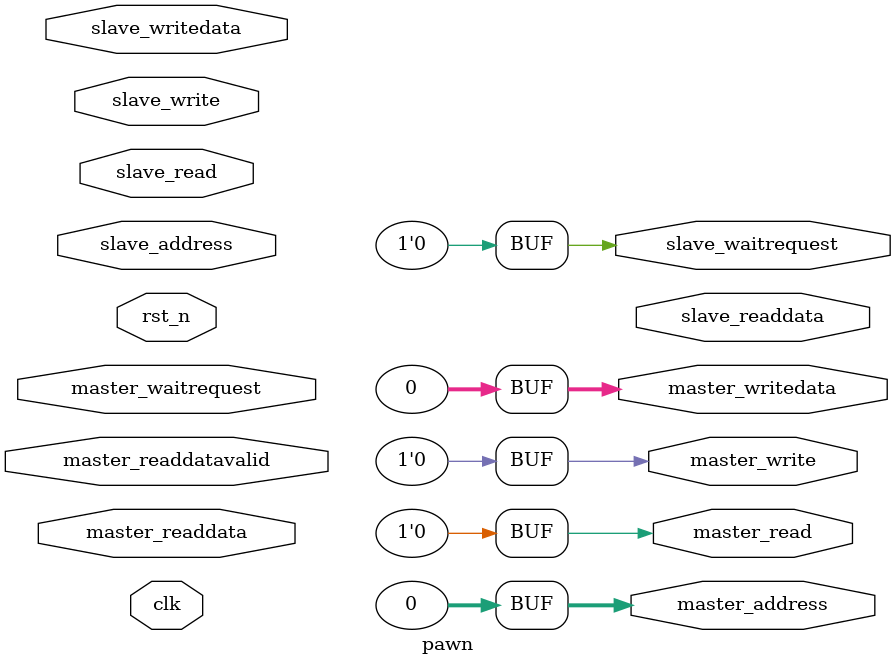
<source format=sv>
module pawn(input logic clk, input logic rst_n,
    // slave (CPU-facing)
    output logic slave_waitrequest,
    input logic [3:0] slave_address,
    input logic slave_read, output logic [31:0] slave_readdata,
    input logic slave_write, input logic [31:0] slave_writedata,
    // master (SDRAM-facing)
    input logic master_waitrequest,
    output logic [31:0] master_address,
    output logic master_read, input logic [31:0] master_readdata, 
    input logic master_readdatavalid,
    output logic master_write, output logic [31:0] master_writedata);

    assign master_read = 0;
    assign master_write = 0;
    assign master_address = 32'd0;
    assign master_writedata = 32'd0;
    assign slave_waitrequest = 0;

endmodule
</source>
